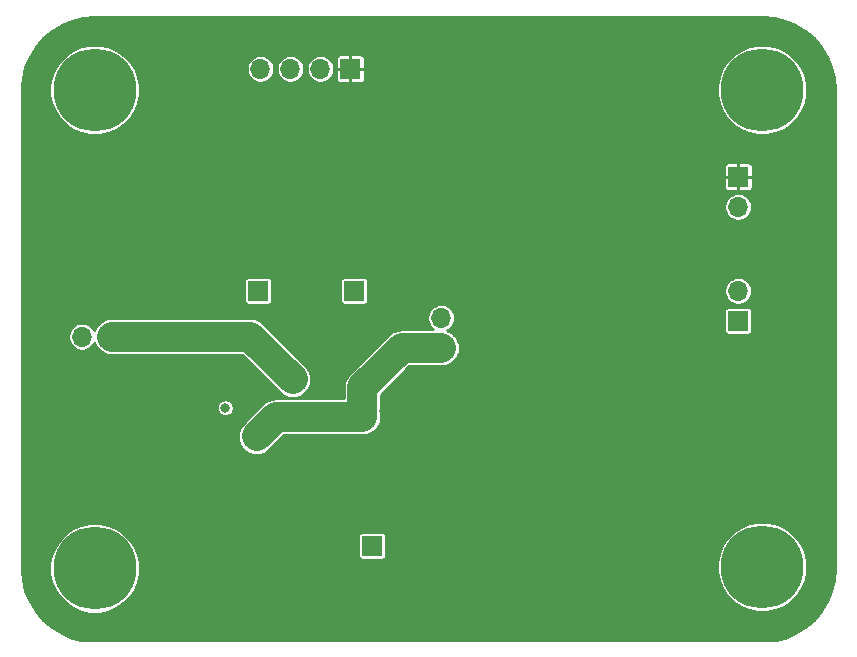
<source format=gbr>
%TF.GenerationSoftware,KiCad,Pcbnew,(5.1.9)-1*%
%TF.CreationDate,2021-07-10T10:04:42-04:00*%
%TF.ProjectId,detector_circuit_alt_LTC6254,64657465-6374-46f7-925f-636972637569,rev?*%
%TF.SameCoordinates,Original*%
%TF.FileFunction,Copper,L4,Bot*%
%TF.FilePolarity,Positive*%
%FSLAX46Y46*%
G04 Gerber Fmt 4.6, Leading zero omitted, Abs format (unit mm)*
G04 Created by KiCad (PCBNEW (5.1.9)-1) date 2021-07-10 10:04:42*
%MOMM*%
%LPD*%
G01*
G04 APERTURE LIST*
%TA.AperFunction,ComponentPad*%
%ADD10C,7.000000*%
%TD*%
%TA.AperFunction,ComponentPad*%
%ADD11R,1.700000X1.700000*%
%TD*%
%TA.AperFunction,ComponentPad*%
%ADD12O,1.700000X1.700000*%
%TD*%
%TA.AperFunction,ViaPad*%
%ADD13C,0.800000*%
%TD*%
%TA.AperFunction,Conductor*%
%ADD14C,2.500000*%
%TD*%
%TA.AperFunction,Conductor*%
%ADD15C,0.254000*%
%TD*%
%TA.AperFunction,Conductor*%
%ADD16C,0.100000*%
%TD*%
G04 APERTURE END LIST*
D10*
%TO.P,REF\u002A\u002A,1*%
%TO.N,N/C*%
X90170000Y-100457000D03*
%TD*%
%TO.P,REF\u002A\u002A,1*%
%TO.N,N/C*%
X146685000Y-100457000D03*
%TD*%
%TO.P,REF\u002A\u002A,1*%
%TO.N,N/C*%
X146685000Y-140843000D03*
%TD*%
D11*
%TO.P,TP2,1*%
%TO.N,Net-(C31-Pad2)*%
X104013000Y-117475000D03*
%TD*%
%TO.P,TP15,1*%
%TO.N,Net-(C18-Pad2)*%
X113665000Y-139065000D03*
%TD*%
D12*
%TO.P,JP1,2*%
%TO.N,/AMP_OUT*%
X119507000Y-119761000D03*
D11*
%TO.P,JP1,1*%
%TO.N,Net-(C36-Pad1)*%
X119507000Y-122301000D03*
%TD*%
%TO.P,TP1,1*%
%TO.N,/DET_ADC*%
X112141000Y-117475000D03*
%TD*%
D12*
%TO.P,JP5,2*%
%TO.N,/Filter_IN*%
X89090500Y-121348500D03*
D11*
%TO.P,JP5,1*%
%TO.N,Net-(C31-Pad1)*%
X91630500Y-121348500D03*
%TD*%
D12*
%TO.P,J3,4*%
%TO.N,/SIPM_OUT*%
X104203500Y-98679000D03*
%TO.P,J3,3*%
%TO.N,/DET_ADC*%
X106743500Y-98679000D03*
%TO.P,J3,2*%
%TO.N,/AMP_OUT*%
X109283500Y-98679000D03*
D11*
%TO.P,J3,1*%
%TO.N,GND*%
X111823500Y-98679000D03*
%TD*%
D12*
%TO.P,J2,2*%
%TO.N,N/C*%
X144653000Y-117475000D03*
D11*
%TO.P,J2,1*%
%TO.N,/SIPM_OUT*%
X144653000Y-120015000D03*
%TD*%
D12*
%TO.P,J1,2*%
%TO.N,+4.7V*%
X144653000Y-110363000D03*
D11*
%TO.P,J1,1*%
%TO.N,GND*%
X144653000Y-107823000D03*
%TD*%
D10*
%TO.P,REF\u002A\u002A,1*%
%TO.N,N/C*%
X90170000Y-140970000D03*
%TD*%
D13*
%TO.N,GND*%
X124460000Y-123190000D03*
X109982000Y-140589000D03*
X100965000Y-140589000D03*
X101219000Y-125349000D03*
X127635000Y-123190000D03*
X114173000Y-100520500D03*
X114681000Y-127635000D03*
X126669800Y-131394200D03*
X122809000Y-131191000D03*
X130429000Y-131191000D03*
X133985000Y-131191000D03*
%TO.N,Net-(C31-Pad1)*%
X106943000Y-124959000D03*
%TO.N,Net-(C36-Pad1)*%
X113157000Y-128143000D03*
X103886000Y-129794000D03*
%TO.N,+4.7V*%
X101219000Y-127381000D03*
%TD*%
D14*
%TO.N,Net-(C31-Pad1)*%
X103332500Y-121348500D02*
X106943000Y-124959000D01*
X91630500Y-121348500D02*
X103332500Y-121348500D01*
%TO.N,Net-(C36-Pad1)*%
X105537000Y-128143000D02*
X112830999Y-128143000D01*
X103886000Y-129794000D02*
X105537000Y-128143000D01*
X112830999Y-125627001D02*
X112830999Y-128143000D01*
X116157000Y-122301000D02*
X112830999Y-125627001D01*
X119507000Y-122301000D02*
X116157000Y-122301000D01*
%TD*%
D15*
%TO.N,GND*%
X147650585Y-94360540D02*
X148592388Y-94586647D01*
X149487239Y-94957307D01*
X150313075Y-95463379D01*
X151049583Y-96092417D01*
X151678620Y-96828925D01*
X152184694Y-97654764D01*
X152555353Y-98549612D01*
X152781460Y-99491420D01*
X152858001Y-100463963D01*
X152858000Y-140963050D01*
X152781460Y-141935580D01*
X152555353Y-142877388D01*
X152184694Y-143772236D01*
X151678620Y-144598075D01*
X151049583Y-145334583D01*
X150313075Y-145963621D01*
X149487239Y-146469693D01*
X148592388Y-146840353D01*
X147833104Y-147022641D01*
X89021900Y-147022641D01*
X88262612Y-146840353D01*
X87367764Y-146469694D01*
X86541925Y-145963620D01*
X85805417Y-145334583D01*
X85176379Y-144598075D01*
X84670307Y-143772239D01*
X84299647Y-142877388D01*
X84073540Y-141935585D01*
X84010500Y-141134585D01*
X84010500Y-140593073D01*
X86343000Y-140593073D01*
X86343000Y-141346927D01*
X86490070Y-142086295D01*
X86778557Y-142782764D01*
X87197375Y-143409570D01*
X87730430Y-143942625D01*
X88357236Y-144361443D01*
X89053705Y-144649930D01*
X89793073Y-144797000D01*
X90546927Y-144797000D01*
X91286295Y-144649930D01*
X91982764Y-144361443D01*
X92609570Y-143942625D01*
X93142625Y-143409570D01*
X93561443Y-142782764D01*
X93849930Y-142086295D01*
X93997000Y-141346927D01*
X93997000Y-140593073D01*
X93971739Y-140466073D01*
X142858000Y-140466073D01*
X142858000Y-141219927D01*
X143005070Y-141959295D01*
X143293557Y-142655764D01*
X143712375Y-143282570D01*
X144245430Y-143815625D01*
X144872236Y-144234443D01*
X145568705Y-144522930D01*
X146308073Y-144670000D01*
X147061927Y-144670000D01*
X147801295Y-144522930D01*
X148497764Y-144234443D01*
X149124570Y-143815625D01*
X149657625Y-143282570D01*
X150076443Y-142655764D01*
X150364930Y-141959295D01*
X150512000Y-141219927D01*
X150512000Y-140466073D01*
X150364930Y-139726705D01*
X150076443Y-139030236D01*
X149657625Y-138403430D01*
X149124570Y-137870375D01*
X148497764Y-137451557D01*
X147801295Y-137163070D01*
X147061927Y-137016000D01*
X146308073Y-137016000D01*
X145568705Y-137163070D01*
X144872236Y-137451557D01*
X144245430Y-137870375D01*
X143712375Y-138403430D01*
X143293557Y-139030236D01*
X143005070Y-139726705D01*
X142858000Y-140466073D01*
X93971739Y-140466073D01*
X93849930Y-139853705D01*
X93561443Y-139157236D01*
X93142625Y-138530430D01*
X92827195Y-138215000D01*
X112486418Y-138215000D01*
X112486418Y-139915000D01*
X112492732Y-139979103D01*
X112511430Y-140040743D01*
X112541794Y-140097550D01*
X112582657Y-140147343D01*
X112632450Y-140188206D01*
X112689257Y-140218570D01*
X112750897Y-140237268D01*
X112815000Y-140243582D01*
X114515000Y-140243582D01*
X114579103Y-140237268D01*
X114640743Y-140218570D01*
X114697550Y-140188206D01*
X114747343Y-140147343D01*
X114788206Y-140097550D01*
X114818570Y-140040743D01*
X114837268Y-139979103D01*
X114843582Y-139915000D01*
X114843582Y-138215000D01*
X114837268Y-138150897D01*
X114818570Y-138089257D01*
X114788206Y-138032450D01*
X114747343Y-137982657D01*
X114697550Y-137941794D01*
X114640743Y-137911430D01*
X114579103Y-137892732D01*
X114515000Y-137886418D01*
X112815000Y-137886418D01*
X112750897Y-137892732D01*
X112689257Y-137911430D01*
X112632450Y-137941794D01*
X112582657Y-137982657D01*
X112541794Y-138032450D01*
X112511430Y-138089257D01*
X112492732Y-138150897D01*
X112486418Y-138215000D01*
X92827195Y-138215000D01*
X92609570Y-137997375D01*
X91982764Y-137578557D01*
X91286295Y-137290070D01*
X90546927Y-137143000D01*
X89793073Y-137143000D01*
X89053705Y-137290070D01*
X88357236Y-137578557D01*
X87730430Y-137997375D01*
X87197375Y-138530430D01*
X86778557Y-139157236D01*
X86490070Y-139853705D01*
X86343000Y-140593073D01*
X84010500Y-140593073D01*
X84010500Y-129794000D01*
X102301370Y-129794000D01*
X102331819Y-130103146D01*
X102421993Y-130400411D01*
X102568429Y-130674373D01*
X102765498Y-130914502D01*
X103005627Y-131111571D01*
X103279589Y-131258007D01*
X103576854Y-131348181D01*
X103886000Y-131378630D01*
X104195146Y-131348181D01*
X104492411Y-131258007D01*
X104766373Y-131111571D01*
X104946328Y-130963886D01*
X106190215Y-129720000D01*
X112753530Y-129720000D01*
X112830999Y-129727630D01*
X112908468Y-129720000D01*
X113140145Y-129697182D01*
X113437411Y-129607007D01*
X113711372Y-129460572D01*
X113951502Y-129263503D01*
X114148571Y-129023373D01*
X114295006Y-128749412D01*
X114385181Y-128452146D01*
X114415629Y-128143000D01*
X114407999Y-128065531D01*
X114407999Y-126280215D01*
X116810215Y-123878000D01*
X119584469Y-123878000D01*
X119816146Y-123855182D01*
X120113412Y-123765007D01*
X120387373Y-123618572D01*
X120627503Y-123421503D01*
X120824572Y-123181373D01*
X120971007Y-122907412D01*
X121061182Y-122610146D01*
X121091630Y-122301000D01*
X121061182Y-121991854D01*
X120971007Y-121694588D01*
X120824572Y-121420627D01*
X120627503Y-121180497D01*
X120387373Y-120983428D01*
X120113412Y-120836993D01*
X120039270Y-120814502D01*
X120064519Y-120804044D01*
X120257294Y-120675236D01*
X120421236Y-120511294D01*
X120550044Y-120318519D01*
X120638769Y-120104318D01*
X120684000Y-119876924D01*
X120684000Y-119645076D01*
X120638769Y-119417682D01*
X120550044Y-119203481D01*
X120524332Y-119165000D01*
X143474418Y-119165000D01*
X143474418Y-120865000D01*
X143480732Y-120929103D01*
X143499430Y-120990743D01*
X143529794Y-121047550D01*
X143570657Y-121097343D01*
X143620450Y-121138206D01*
X143677257Y-121168570D01*
X143738897Y-121187268D01*
X143803000Y-121193582D01*
X145503000Y-121193582D01*
X145567103Y-121187268D01*
X145628743Y-121168570D01*
X145685550Y-121138206D01*
X145735343Y-121097343D01*
X145776206Y-121047550D01*
X145806570Y-120990743D01*
X145825268Y-120929103D01*
X145831582Y-120865000D01*
X145831582Y-119165000D01*
X145825268Y-119100897D01*
X145806570Y-119039257D01*
X145776206Y-118982450D01*
X145735343Y-118932657D01*
X145685550Y-118891794D01*
X145628743Y-118861430D01*
X145567103Y-118842732D01*
X145503000Y-118836418D01*
X143803000Y-118836418D01*
X143738897Y-118842732D01*
X143677257Y-118861430D01*
X143620450Y-118891794D01*
X143570657Y-118932657D01*
X143529794Y-118982450D01*
X143499430Y-119039257D01*
X143480732Y-119100897D01*
X143474418Y-119165000D01*
X120524332Y-119165000D01*
X120421236Y-119010706D01*
X120257294Y-118846764D01*
X120064519Y-118717956D01*
X119850318Y-118629231D01*
X119622924Y-118584000D01*
X119391076Y-118584000D01*
X119163682Y-118629231D01*
X118949481Y-118717956D01*
X118756706Y-118846764D01*
X118592764Y-119010706D01*
X118463956Y-119203481D01*
X118375231Y-119417682D01*
X118330000Y-119645076D01*
X118330000Y-119876924D01*
X118375231Y-120104318D01*
X118463956Y-120318519D01*
X118592764Y-120511294D01*
X118756706Y-120675236D01*
X118829687Y-120724000D01*
X116234469Y-120724000D01*
X116157000Y-120716370D01*
X115847853Y-120746818D01*
X115550588Y-120836993D01*
X115276626Y-120983428D01*
X115198494Y-121047550D01*
X115036497Y-121180497D01*
X114987112Y-121240673D01*
X111770677Y-124457108D01*
X111710496Y-124506498D01*
X111513427Y-124746629D01*
X111366992Y-125020590D01*
X111276817Y-125317856D01*
X111266517Y-125422436D01*
X111246369Y-125627001D01*
X111253999Y-125704468D01*
X111253999Y-126566000D01*
X105614469Y-126566000D01*
X105537000Y-126558370D01*
X105227853Y-126588818D01*
X105079221Y-126633906D01*
X104930588Y-126678993D01*
X104822549Y-126736741D01*
X104656626Y-126825428D01*
X104544359Y-126917564D01*
X104416497Y-127022497D01*
X104367112Y-127082673D01*
X102716114Y-128733672D01*
X102568429Y-128913627D01*
X102421993Y-129187589D01*
X102331819Y-129484854D01*
X102301370Y-129794000D01*
X84010500Y-129794000D01*
X84010500Y-127309397D01*
X100492000Y-127309397D01*
X100492000Y-127452603D01*
X100519938Y-127593058D01*
X100574741Y-127725364D01*
X100654302Y-127844436D01*
X100755564Y-127945698D01*
X100874636Y-128025259D01*
X101006942Y-128080062D01*
X101147397Y-128108000D01*
X101290603Y-128108000D01*
X101431058Y-128080062D01*
X101563364Y-128025259D01*
X101682436Y-127945698D01*
X101783698Y-127844436D01*
X101863259Y-127725364D01*
X101918062Y-127593058D01*
X101946000Y-127452603D01*
X101946000Y-127309397D01*
X101918062Y-127168942D01*
X101863259Y-127036636D01*
X101783698Y-126917564D01*
X101682436Y-126816302D01*
X101563364Y-126736741D01*
X101431058Y-126681938D01*
X101290603Y-126654000D01*
X101147397Y-126654000D01*
X101006942Y-126681938D01*
X100874636Y-126736741D01*
X100755564Y-126816302D01*
X100654302Y-126917564D01*
X100574741Y-127036636D01*
X100519938Y-127168942D01*
X100492000Y-127309397D01*
X84010500Y-127309397D01*
X84010500Y-121232576D01*
X87913500Y-121232576D01*
X87913500Y-121464424D01*
X87958731Y-121691818D01*
X88047456Y-121906019D01*
X88176264Y-122098794D01*
X88340206Y-122262736D01*
X88532981Y-122391544D01*
X88747182Y-122480269D01*
X88974576Y-122525500D01*
X89206424Y-122525500D01*
X89433818Y-122480269D01*
X89648019Y-122391544D01*
X89840794Y-122262736D01*
X90004736Y-122098794D01*
X90133544Y-121906019D01*
X90144002Y-121880770D01*
X90166493Y-121954912D01*
X90312928Y-122228873D01*
X90509997Y-122469003D01*
X90750127Y-122666072D01*
X91024088Y-122812507D01*
X91321354Y-122902682D01*
X91553031Y-122925500D01*
X102679286Y-122925500D01*
X105882671Y-126128886D01*
X106062626Y-126276571D01*
X106336588Y-126423007D01*
X106633853Y-126513181D01*
X106942999Y-126543630D01*
X107252146Y-126513181D01*
X107549411Y-126423007D01*
X107823373Y-126276571D01*
X108063502Y-126079502D01*
X108260571Y-125839373D01*
X108407007Y-125565411D01*
X108497181Y-125268146D01*
X108527630Y-124958999D01*
X108497181Y-124649853D01*
X108407007Y-124352588D01*
X108260571Y-124078626D01*
X108112886Y-123898671D01*
X104502393Y-120288179D01*
X104453003Y-120227997D01*
X104212873Y-120030928D01*
X103938912Y-119884493D01*
X103641646Y-119794318D01*
X103409969Y-119771500D01*
X103409967Y-119771500D01*
X103332500Y-119763870D01*
X103255033Y-119771500D01*
X91553031Y-119771500D01*
X91321354Y-119794318D01*
X91024088Y-119884493D01*
X90750127Y-120030928D01*
X90509997Y-120227997D01*
X90312928Y-120468127D01*
X90166493Y-120742088D01*
X90144002Y-120816230D01*
X90133544Y-120790981D01*
X90004736Y-120598206D01*
X89840794Y-120434264D01*
X89648019Y-120305456D01*
X89433818Y-120216731D01*
X89206424Y-120171500D01*
X88974576Y-120171500D01*
X88747182Y-120216731D01*
X88532981Y-120305456D01*
X88340206Y-120434264D01*
X88176264Y-120598206D01*
X88047456Y-120790981D01*
X87958731Y-121005182D01*
X87913500Y-121232576D01*
X84010500Y-121232576D01*
X84010500Y-116625000D01*
X102834418Y-116625000D01*
X102834418Y-118325000D01*
X102840732Y-118389103D01*
X102859430Y-118450743D01*
X102889794Y-118507550D01*
X102930657Y-118557343D01*
X102980450Y-118598206D01*
X103037257Y-118628570D01*
X103098897Y-118647268D01*
X103163000Y-118653582D01*
X104863000Y-118653582D01*
X104927103Y-118647268D01*
X104988743Y-118628570D01*
X105045550Y-118598206D01*
X105095343Y-118557343D01*
X105136206Y-118507550D01*
X105166570Y-118450743D01*
X105185268Y-118389103D01*
X105191582Y-118325000D01*
X105191582Y-116625000D01*
X110962418Y-116625000D01*
X110962418Y-118325000D01*
X110968732Y-118389103D01*
X110987430Y-118450743D01*
X111017794Y-118507550D01*
X111058657Y-118557343D01*
X111108450Y-118598206D01*
X111165257Y-118628570D01*
X111226897Y-118647268D01*
X111291000Y-118653582D01*
X112991000Y-118653582D01*
X113055103Y-118647268D01*
X113116743Y-118628570D01*
X113173550Y-118598206D01*
X113223343Y-118557343D01*
X113264206Y-118507550D01*
X113294570Y-118450743D01*
X113313268Y-118389103D01*
X113319582Y-118325000D01*
X113319582Y-117359076D01*
X143476000Y-117359076D01*
X143476000Y-117590924D01*
X143521231Y-117818318D01*
X143609956Y-118032519D01*
X143738764Y-118225294D01*
X143902706Y-118389236D01*
X144095481Y-118518044D01*
X144309682Y-118606769D01*
X144537076Y-118652000D01*
X144768924Y-118652000D01*
X144996318Y-118606769D01*
X145210519Y-118518044D01*
X145403294Y-118389236D01*
X145567236Y-118225294D01*
X145696044Y-118032519D01*
X145784769Y-117818318D01*
X145830000Y-117590924D01*
X145830000Y-117359076D01*
X145784769Y-117131682D01*
X145696044Y-116917481D01*
X145567236Y-116724706D01*
X145403294Y-116560764D01*
X145210519Y-116431956D01*
X144996318Y-116343231D01*
X144768924Y-116298000D01*
X144537076Y-116298000D01*
X144309682Y-116343231D01*
X144095481Y-116431956D01*
X143902706Y-116560764D01*
X143738764Y-116724706D01*
X143609956Y-116917481D01*
X143521231Y-117131682D01*
X143476000Y-117359076D01*
X113319582Y-117359076D01*
X113319582Y-116625000D01*
X113313268Y-116560897D01*
X113294570Y-116499257D01*
X113264206Y-116442450D01*
X113223343Y-116392657D01*
X113173550Y-116351794D01*
X113116743Y-116321430D01*
X113055103Y-116302732D01*
X112991000Y-116296418D01*
X111291000Y-116296418D01*
X111226897Y-116302732D01*
X111165257Y-116321430D01*
X111108450Y-116351794D01*
X111058657Y-116392657D01*
X111017794Y-116442450D01*
X110987430Y-116499257D01*
X110968732Y-116560897D01*
X110962418Y-116625000D01*
X105191582Y-116625000D01*
X105185268Y-116560897D01*
X105166570Y-116499257D01*
X105136206Y-116442450D01*
X105095343Y-116392657D01*
X105045550Y-116351794D01*
X104988743Y-116321430D01*
X104927103Y-116302732D01*
X104863000Y-116296418D01*
X103163000Y-116296418D01*
X103098897Y-116302732D01*
X103037257Y-116321430D01*
X102980450Y-116351794D01*
X102930657Y-116392657D01*
X102889794Y-116442450D01*
X102859430Y-116499257D01*
X102840732Y-116560897D01*
X102834418Y-116625000D01*
X84010500Y-116625000D01*
X84010500Y-110247076D01*
X143476000Y-110247076D01*
X143476000Y-110478924D01*
X143521231Y-110706318D01*
X143609956Y-110920519D01*
X143738764Y-111113294D01*
X143902706Y-111277236D01*
X144095481Y-111406044D01*
X144309682Y-111494769D01*
X144537076Y-111540000D01*
X144768924Y-111540000D01*
X144996318Y-111494769D01*
X145210519Y-111406044D01*
X145403294Y-111277236D01*
X145567236Y-111113294D01*
X145696044Y-110920519D01*
X145784769Y-110706318D01*
X145830000Y-110478924D01*
X145830000Y-110247076D01*
X145784769Y-110019682D01*
X145696044Y-109805481D01*
X145567236Y-109612706D01*
X145403294Y-109448764D01*
X145210519Y-109319956D01*
X144996318Y-109231231D01*
X144768924Y-109186000D01*
X144537076Y-109186000D01*
X144309682Y-109231231D01*
X144095481Y-109319956D01*
X143902706Y-109448764D01*
X143738764Y-109612706D01*
X143609956Y-109805481D01*
X143521231Y-110019682D01*
X143476000Y-110247076D01*
X84010500Y-110247076D01*
X84010500Y-108673000D01*
X143420157Y-108673000D01*
X143427513Y-108747689D01*
X143449299Y-108819508D01*
X143484678Y-108885696D01*
X143532289Y-108943711D01*
X143590304Y-108991322D01*
X143656492Y-109026701D01*
X143728311Y-109048487D01*
X143803000Y-109055843D01*
X144557250Y-109054000D01*
X144652500Y-108958750D01*
X144652500Y-107823500D01*
X144653500Y-107823500D01*
X144653500Y-108958750D01*
X144748750Y-109054000D01*
X145503000Y-109055843D01*
X145577689Y-109048487D01*
X145649508Y-109026701D01*
X145715696Y-108991322D01*
X145773711Y-108943711D01*
X145821322Y-108885696D01*
X145856701Y-108819508D01*
X145878487Y-108747689D01*
X145885843Y-108673000D01*
X145884000Y-107918750D01*
X145788750Y-107823500D01*
X144653500Y-107823500D01*
X144652500Y-107823500D01*
X143517250Y-107823500D01*
X143422000Y-107918750D01*
X143420157Y-108673000D01*
X84010500Y-108673000D01*
X84010500Y-106973000D01*
X143420157Y-106973000D01*
X143422000Y-107727250D01*
X143517250Y-107822500D01*
X144652500Y-107822500D01*
X144652500Y-106687250D01*
X144653500Y-106687250D01*
X144653500Y-107822500D01*
X145788750Y-107822500D01*
X145884000Y-107727250D01*
X145885843Y-106973000D01*
X145878487Y-106898311D01*
X145856701Y-106826492D01*
X145821322Y-106760304D01*
X145773711Y-106702289D01*
X145715696Y-106654678D01*
X145649508Y-106619299D01*
X145577689Y-106597513D01*
X145503000Y-106590157D01*
X144748750Y-106592000D01*
X144653500Y-106687250D01*
X144652500Y-106687250D01*
X144557250Y-106592000D01*
X143803000Y-106590157D01*
X143728311Y-106597513D01*
X143656492Y-106619299D01*
X143590304Y-106654678D01*
X143532289Y-106702289D01*
X143484678Y-106760304D01*
X143449299Y-106826492D01*
X143427513Y-106898311D01*
X143420157Y-106973000D01*
X84010500Y-106973000D01*
X84010500Y-100292415D01*
X84027211Y-100080073D01*
X86343000Y-100080073D01*
X86343000Y-100833927D01*
X86490070Y-101573295D01*
X86778557Y-102269764D01*
X87197375Y-102896570D01*
X87730430Y-103429625D01*
X88357236Y-103848443D01*
X89053705Y-104136930D01*
X89793073Y-104284000D01*
X90546927Y-104284000D01*
X91286295Y-104136930D01*
X91982764Y-103848443D01*
X92609570Y-103429625D01*
X93142625Y-102896570D01*
X93561443Y-102269764D01*
X93849930Y-101573295D01*
X93997000Y-100833927D01*
X93997000Y-100080073D01*
X142858000Y-100080073D01*
X142858000Y-100833927D01*
X143005070Y-101573295D01*
X143293557Y-102269764D01*
X143712375Y-102896570D01*
X144245430Y-103429625D01*
X144872236Y-103848443D01*
X145568705Y-104136930D01*
X146308073Y-104284000D01*
X147061927Y-104284000D01*
X147801295Y-104136930D01*
X148497764Y-103848443D01*
X149124570Y-103429625D01*
X149657625Y-102896570D01*
X150076443Y-102269764D01*
X150364930Y-101573295D01*
X150512000Y-100833927D01*
X150512000Y-100080073D01*
X150364930Y-99340705D01*
X150076443Y-98644236D01*
X149657625Y-98017430D01*
X149124570Y-97484375D01*
X148497764Y-97065557D01*
X147801295Y-96777070D01*
X147061927Y-96630000D01*
X146308073Y-96630000D01*
X145568705Y-96777070D01*
X144872236Y-97065557D01*
X144245430Y-97484375D01*
X143712375Y-98017430D01*
X143293557Y-98644236D01*
X143005070Y-99340705D01*
X142858000Y-100080073D01*
X93997000Y-100080073D01*
X93849930Y-99340705D01*
X93561443Y-98644236D01*
X93507214Y-98563076D01*
X103026500Y-98563076D01*
X103026500Y-98794924D01*
X103071731Y-99022318D01*
X103160456Y-99236519D01*
X103289264Y-99429294D01*
X103453206Y-99593236D01*
X103645981Y-99722044D01*
X103860182Y-99810769D01*
X104087576Y-99856000D01*
X104319424Y-99856000D01*
X104546818Y-99810769D01*
X104761019Y-99722044D01*
X104953794Y-99593236D01*
X105117736Y-99429294D01*
X105246544Y-99236519D01*
X105335269Y-99022318D01*
X105380500Y-98794924D01*
X105380500Y-98563076D01*
X105566500Y-98563076D01*
X105566500Y-98794924D01*
X105611731Y-99022318D01*
X105700456Y-99236519D01*
X105829264Y-99429294D01*
X105993206Y-99593236D01*
X106185981Y-99722044D01*
X106400182Y-99810769D01*
X106627576Y-99856000D01*
X106859424Y-99856000D01*
X107086818Y-99810769D01*
X107301019Y-99722044D01*
X107493794Y-99593236D01*
X107657736Y-99429294D01*
X107786544Y-99236519D01*
X107875269Y-99022318D01*
X107920500Y-98794924D01*
X107920500Y-98563076D01*
X108106500Y-98563076D01*
X108106500Y-98794924D01*
X108151731Y-99022318D01*
X108240456Y-99236519D01*
X108369264Y-99429294D01*
X108533206Y-99593236D01*
X108725981Y-99722044D01*
X108940182Y-99810769D01*
X109167576Y-99856000D01*
X109399424Y-99856000D01*
X109626818Y-99810769D01*
X109841019Y-99722044D01*
X110033794Y-99593236D01*
X110098030Y-99529000D01*
X110590657Y-99529000D01*
X110598013Y-99603689D01*
X110619799Y-99675508D01*
X110655178Y-99741696D01*
X110702789Y-99799711D01*
X110760804Y-99847322D01*
X110826992Y-99882701D01*
X110898811Y-99904487D01*
X110973500Y-99911843D01*
X111727750Y-99910000D01*
X111823000Y-99814750D01*
X111823000Y-98679500D01*
X111824000Y-98679500D01*
X111824000Y-99814750D01*
X111919250Y-99910000D01*
X112673500Y-99911843D01*
X112748189Y-99904487D01*
X112820008Y-99882701D01*
X112886196Y-99847322D01*
X112944211Y-99799711D01*
X112991822Y-99741696D01*
X113027201Y-99675508D01*
X113048987Y-99603689D01*
X113056343Y-99529000D01*
X113054500Y-98774750D01*
X112959250Y-98679500D01*
X111824000Y-98679500D01*
X111823000Y-98679500D01*
X110687750Y-98679500D01*
X110592500Y-98774750D01*
X110590657Y-99529000D01*
X110098030Y-99529000D01*
X110197736Y-99429294D01*
X110326544Y-99236519D01*
X110415269Y-99022318D01*
X110460500Y-98794924D01*
X110460500Y-98563076D01*
X110415269Y-98335682D01*
X110326544Y-98121481D01*
X110197736Y-97928706D01*
X110098030Y-97829000D01*
X110590657Y-97829000D01*
X110592500Y-98583250D01*
X110687750Y-98678500D01*
X111823000Y-98678500D01*
X111823000Y-97543250D01*
X111824000Y-97543250D01*
X111824000Y-98678500D01*
X112959250Y-98678500D01*
X113054500Y-98583250D01*
X113056343Y-97829000D01*
X113048987Y-97754311D01*
X113027201Y-97682492D01*
X112991822Y-97616304D01*
X112944211Y-97558289D01*
X112886196Y-97510678D01*
X112820008Y-97475299D01*
X112748189Y-97453513D01*
X112673500Y-97446157D01*
X111919250Y-97448000D01*
X111824000Y-97543250D01*
X111823000Y-97543250D01*
X111727750Y-97448000D01*
X110973500Y-97446157D01*
X110898811Y-97453513D01*
X110826992Y-97475299D01*
X110760804Y-97510678D01*
X110702789Y-97558289D01*
X110655178Y-97616304D01*
X110619799Y-97682492D01*
X110598013Y-97754311D01*
X110590657Y-97829000D01*
X110098030Y-97829000D01*
X110033794Y-97764764D01*
X109841019Y-97635956D01*
X109626818Y-97547231D01*
X109399424Y-97502000D01*
X109167576Y-97502000D01*
X108940182Y-97547231D01*
X108725981Y-97635956D01*
X108533206Y-97764764D01*
X108369264Y-97928706D01*
X108240456Y-98121481D01*
X108151731Y-98335682D01*
X108106500Y-98563076D01*
X107920500Y-98563076D01*
X107875269Y-98335682D01*
X107786544Y-98121481D01*
X107657736Y-97928706D01*
X107493794Y-97764764D01*
X107301019Y-97635956D01*
X107086818Y-97547231D01*
X106859424Y-97502000D01*
X106627576Y-97502000D01*
X106400182Y-97547231D01*
X106185981Y-97635956D01*
X105993206Y-97764764D01*
X105829264Y-97928706D01*
X105700456Y-98121481D01*
X105611731Y-98335682D01*
X105566500Y-98563076D01*
X105380500Y-98563076D01*
X105335269Y-98335682D01*
X105246544Y-98121481D01*
X105117736Y-97928706D01*
X104953794Y-97764764D01*
X104761019Y-97635956D01*
X104546818Y-97547231D01*
X104319424Y-97502000D01*
X104087576Y-97502000D01*
X103860182Y-97547231D01*
X103645981Y-97635956D01*
X103453206Y-97764764D01*
X103289264Y-97928706D01*
X103160456Y-98121481D01*
X103071731Y-98335682D01*
X103026500Y-98563076D01*
X93507214Y-98563076D01*
X93142625Y-98017430D01*
X92609570Y-97484375D01*
X91982764Y-97065557D01*
X91286295Y-96777070D01*
X90546927Y-96630000D01*
X89793073Y-96630000D01*
X89053705Y-96777070D01*
X88357236Y-97065557D01*
X87730430Y-97484375D01*
X87197375Y-98017430D01*
X86778557Y-98644236D01*
X86490070Y-99340705D01*
X86343000Y-100080073D01*
X84027211Y-100080073D01*
X84073540Y-99491415D01*
X84299647Y-98549612D01*
X84670307Y-97654761D01*
X85176379Y-96828925D01*
X85805417Y-96092417D01*
X86541925Y-95463380D01*
X87367764Y-94957306D01*
X88262612Y-94586647D01*
X89204420Y-94360540D01*
X90176950Y-94284000D01*
X146678051Y-94284000D01*
X147650585Y-94360540D01*
%TA.AperFunction,Conductor*%
D16*
G36*
X147650585Y-94360540D02*
G01*
X148592388Y-94586647D01*
X149487239Y-94957307D01*
X150313075Y-95463379D01*
X151049583Y-96092417D01*
X151678620Y-96828925D01*
X152184694Y-97654764D01*
X152555353Y-98549612D01*
X152781460Y-99491420D01*
X152858001Y-100463963D01*
X152858000Y-140963050D01*
X152781460Y-141935580D01*
X152555353Y-142877388D01*
X152184694Y-143772236D01*
X151678620Y-144598075D01*
X151049583Y-145334583D01*
X150313075Y-145963621D01*
X149487239Y-146469693D01*
X148592388Y-146840353D01*
X147833104Y-147022641D01*
X89021900Y-147022641D01*
X88262612Y-146840353D01*
X87367764Y-146469694D01*
X86541925Y-145963620D01*
X85805417Y-145334583D01*
X85176379Y-144598075D01*
X84670307Y-143772239D01*
X84299647Y-142877388D01*
X84073540Y-141935585D01*
X84010500Y-141134585D01*
X84010500Y-140593073D01*
X86343000Y-140593073D01*
X86343000Y-141346927D01*
X86490070Y-142086295D01*
X86778557Y-142782764D01*
X87197375Y-143409570D01*
X87730430Y-143942625D01*
X88357236Y-144361443D01*
X89053705Y-144649930D01*
X89793073Y-144797000D01*
X90546927Y-144797000D01*
X91286295Y-144649930D01*
X91982764Y-144361443D01*
X92609570Y-143942625D01*
X93142625Y-143409570D01*
X93561443Y-142782764D01*
X93849930Y-142086295D01*
X93997000Y-141346927D01*
X93997000Y-140593073D01*
X93971739Y-140466073D01*
X142858000Y-140466073D01*
X142858000Y-141219927D01*
X143005070Y-141959295D01*
X143293557Y-142655764D01*
X143712375Y-143282570D01*
X144245430Y-143815625D01*
X144872236Y-144234443D01*
X145568705Y-144522930D01*
X146308073Y-144670000D01*
X147061927Y-144670000D01*
X147801295Y-144522930D01*
X148497764Y-144234443D01*
X149124570Y-143815625D01*
X149657625Y-143282570D01*
X150076443Y-142655764D01*
X150364930Y-141959295D01*
X150512000Y-141219927D01*
X150512000Y-140466073D01*
X150364930Y-139726705D01*
X150076443Y-139030236D01*
X149657625Y-138403430D01*
X149124570Y-137870375D01*
X148497764Y-137451557D01*
X147801295Y-137163070D01*
X147061927Y-137016000D01*
X146308073Y-137016000D01*
X145568705Y-137163070D01*
X144872236Y-137451557D01*
X144245430Y-137870375D01*
X143712375Y-138403430D01*
X143293557Y-139030236D01*
X143005070Y-139726705D01*
X142858000Y-140466073D01*
X93971739Y-140466073D01*
X93849930Y-139853705D01*
X93561443Y-139157236D01*
X93142625Y-138530430D01*
X92827195Y-138215000D01*
X112486418Y-138215000D01*
X112486418Y-139915000D01*
X112492732Y-139979103D01*
X112511430Y-140040743D01*
X112541794Y-140097550D01*
X112582657Y-140147343D01*
X112632450Y-140188206D01*
X112689257Y-140218570D01*
X112750897Y-140237268D01*
X112815000Y-140243582D01*
X114515000Y-140243582D01*
X114579103Y-140237268D01*
X114640743Y-140218570D01*
X114697550Y-140188206D01*
X114747343Y-140147343D01*
X114788206Y-140097550D01*
X114818570Y-140040743D01*
X114837268Y-139979103D01*
X114843582Y-139915000D01*
X114843582Y-138215000D01*
X114837268Y-138150897D01*
X114818570Y-138089257D01*
X114788206Y-138032450D01*
X114747343Y-137982657D01*
X114697550Y-137941794D01*
X114640743Y-137911430D01*
X114579103Y-137892732D01*
X114515000Y-137886418D01*
X112815000Y-137886418D01*
X112750897Y-137892732D01*
X112689257Y-137911430D01*
X112632450Y-137941794D01*
X112582657Y-137982657D01*
X112541794Y-138032450D01*
X112511430Y-138089257D01*
X112492732Y-138150897D01*
X112486418Y-138215000D01*
X92827195Y-138215000D01*
X92609570Y-137997375D01*
X91982764Y-137578557D01*
X91286295Y-137290070D01*
X90546927Y-137143000D01*
X89793073Y-137143000D01*
X89053705Y-137290070D01*
X88357236Y-137578557D01*
X87730430Y-137997375D01*
X87197375Y-138530430D01*
X86778557Y-139157236D01*
X86490070Y-139853705D01*
X86343000Y-140593073D01*
X84010500Y-140593073D01*
X84010500Y-129794000D01*
X102301370Y-129794000D01*
X102331819Y-130103146D01*
X102421993Y-130400411D01*
X102568429Y-130674373D01*
X102765498Y-130914502D01*
X103005627Y-131111571D01*
X103279589Y-131258007D01*
X103576854Y-131348181D01*
X103886000Y-131378630D01*
X104195146Y-131348181D01*
X104492411Y-131258007D01*
X104766373Y-131111571D01*
X104946328Y-130963886D01*
X106190215Y-129720000D01*
X112753530Y-129720000D01*
X112830999Y-129727630D01*
X112908468Y-129720000D01*
X113140145Y-129697182D01*
X113437411Y-129607007D01*
X113711372Y-129460572D01*
X113951502Y-129263503D01*
X114148571Y-129023373D01*
X114295006Y-128749412D01*
X114385181Y-128452146D01*
X114415629Y-128143000D01*
X114407999Y-128065531D01*
X114407999Y-126280215D01*
X116810215Y-123878000D01*
X119584469Y-123878000D01*
X119816146Y-123855182D01*
X120113412Y-123765007D01*
X120387373Y-123618572D01*
X120627503Y-123421503D01*
X120824572Y-123181373D01*
X120971007Y-122907412D01*
X121061182Y-122610146D01*
X121091630Y-122301000D01*
X121061182Y-121991854D01*
X120971007Y-121694588D01*
X120824572Y-121420627D01*
X120627503Y-121180497D01*
X120387373Y-120983428D01*
X120113412Y-120836993D01*
X120039270Y-120814502D01*
X120064519Y-120804044D01*
X120257294Y-120675236D01*
X120421236Y-120511294D01*
X120550044Y-120318519D01*
X120638769Y-120104318D01*
X120684000Y-119876924D01*
X120684000Y-119645076D01*
X120638769Y-119417682D01*
X120550044Y-119203481D01*
X120524332Y-119165000D01*
X143474418Y-119165000D01*
X143474418Y-120865000D01*
X143480732Y-120929103D01*
X143499430Y-120990743D01*
X143529794Y-121047550D01*
X143570657Y-121097343D01*
X143620450Y-121138206D01*
X143677257Y-121168570D01*
X143738897Y-121187268D01*
X143803000Y-121193582D01*
X145503000Y-121193582D01*
X145567103Y-121187268D01*
X145628743Y-121168570D01*
X145685550Y-121138206D01*
X145735343Y-121097343D01*
X145776206Y-121047550D01*
X145806570Y-120990743D01*
X145825268Y-120929103D01*
X145831582Y-120865000D01*
X145831582Y-119165000D01*
X145825268Y-119100897D01*
X145806570Y-119039257D01*
X145776206Y-118982450D01*
X145735343Y-118932657D01*
X145685550Y-118891794D01*
X145628743Y-118861430D01*
X145567103Y-118842732D01*
X145503000Y-118836418D01*
X143803000Y-118836418D01*
X143738897Y-118842732D01*
X143677257Y-118861430D01*
X143620450Y-118891794D01*
X143570657Y-118932657D01*
X143529794Y-118982450D01*
X143499430Y-119039257D01*
X143480732Y-119100897D01*
X143474418Y-119165000D01*
X120524332Y-119165000D01*
X120421236Y-119010706D01*
X120257294Y-118846764D01*
X120064519Y-118717956D01*
X119850318Y-118629231D01*
X119622924Y-118584000D01*
X119391076Y-118584000D01*
X119163682Y-118629231D01*
X118949481Y-118717956D01*
X118756706Y-118846764D01*
X118592764Y-119010706D01*
X118463956Y-119203481D01*
X118375231Y-119417682D01*
X118330000Y-119645076D01*
X118330000Y-119876924D01*
X118375231Y-120104318D01*
X118463956Y-120318519D01*
X118592764Y-120511294D01*
X118756706Y-120675236D01*
X118829687Y-120724000D01*
X116234469Y-120724000D01*
X116157000Y-120716370D01*
X115847853Y-120746818D01*
X115550588Y-120836993D01*
X115276626Y-120983428D01*
X115198494Y-121047550D01*
X115036497Y-121180497D01*
X114987112Y-121240673D01*
X111770677Y-124457108D01*
X111710496Y-124506498D01*
X111513427Y-124746629D01*
X111366992Y-125020590D01*
X111276817Y-125317856D01*
X111266517Y-125422436D01*
X111246369Y-125627001D01*
X111253999Y-125704468D01*
X111253999Y-126566000D01*
X105614469Y-126566000D01*
X105537000Y-126558370D01*
X105227853Y-126588818D01*
X105079221Y-126633906D01*
X104930588Y-126678993D01*
X104822549Y-126736741D01*
X104656626Y-126825428D01*
X104544359Y-126917564D01*
X104416497Y-127022497D01*
X104367112Y-127082673D01*
X102716114Y-128733672D01*
X102568429Y-128913627D01*
X102421993Y-129187589D01*
X102331819Y-129484854D01*
X102301370Y-129794000D01*
X84010500Y-129794000D01*
X84010500Y-127309397D01*
X100492000Y-127309397D01*
X100492000Y-127452603D01*
X100519938Y-127593058D01*
X100574741Y-127725364D01*
X100654302Y-127844436D01*
X100755564Y-127945698D01*
X100874636Y-128025259D01*
X101006942Y-128080062D01*
X101147397Y-128108000D01*
X101290603Y-128108000D01*
X101431058Y-128080062D01*
X101563364Y-128025259D01*
X101682436Y-127945698D01*
X101783698Y-127844436D01*
X101863259Y-127725364D01*
X101918062Y-127593058D01*
X101946000Y-127452603D01*
X101946000Y-127309397D01*
X101918062Y-127168942D01*
X101863259Y-127036636D01*
X101783698Y-126917564D01*
X101682436Y-126816302D01*
X101563364Y-126736741D01*
X101431058Y-126681938D01*
X101290603Y-126654000D01*
X101147397Y-126654000D01*
X101006942Y-126681938D01*
X100874636Y-126736741D01*
X100755564Y-126816302D01*
X100654302Y-126917564D01*
X100574741Y-127036636D01*
X100519938Y-127168942D01*
X100492000Y-127309397D01*
X84010500Y-127309397D01*
X84010500Y-121232576D01*
X87913500Y-121232576D01*
X87913500Y-121464424D01*
X87958731Y-121691818D01*
X88047456Y-121906019D01*
X88176264Y-122098794D01*
X88340206Y-122262736D01*
X88532981Y-122391544D01*
X88747182Y-122480269D01*
X88974576Y-122525500D01*
X89206424Y-122525500D01*
X89433818Y-122480269D01*
X89648019Y-122391544D01*
X89840794Y-122262736D01*
X90004736Y-122098794D01*
X90133544Y-121906019D01*
X90144002Y-121880770D01*
X90166493Y-121954912D01*
X90312928Y-122228873D01*
X90509997Y-122469003D01*
X90750127Y-122666072D01*
X91024088Y-122812507D01*
X91321354Y-122902682D01*
X91553031Y-122925500D01*
X102679286Y-122925500D01*
X105882671Y-126128886D01*
X106062626Y-126276571D01*
X106336588Y-126423007D01*
X106633853Y-126513181D01*
X106942999Y-126543630D01*
X107252146Y-126513181D01*
X107549411Y-126423007D01*
X107823373Y-126276571D01*
X108063502Y-126079502D01*
X108260571Y-125839373D01*
X108407007Y-125565411D01*
X108497181Y-125268146D01*
X108527630Y-124958999D01*
X108497181Y-124649853D01*
X108407007Y-124352588D01*
X108260571Y-124078626D01*
X108112886Y-123898671D01*
X104502393Y-120288179D01*
X104453003Y-120227997D01*
X104212873Y-120030928D01*
X103938912Y-119884493D01*
X103641646Y-119794318D01*
X103409969Y-119771500D01*
X103409967Y-119771500D01*
X103332500Y-119763870D01*
X103255033Y-119771500D01*
X91553031Y-119771500D01*
X91321354Y-119794318D01*
X91024088Y-119884493D01*
X90750127Y-120030928D01*
X90509997Y-120227997D01*
X90312928Y-120468127D01*
X90166493Y-120742088D01*
X90144002Y-120816230D01*
X90133544Y-120790981D01*
X90004736Y-120598206D01*
X89840794Y-120434264D01*
X89648019Y-120305456D01*
X89433818Y-120216731D01*
X89206424Y-120171500D01*
X88974576Y-120171500D01*
X88747182Y-120216731D01*
X88532981Y-120305456D01*
X88340206Y-120434264D01*
X88176264Y-120598206D01*
X88047456Y-120790981D01*
X87958731Y-121005182D01*
X87913500Y-121232576D01*
X84010500Y-121232576D01*
X84010500Y-116625000D01*
X102834418Y-116625000D01*
X102834418Y-118325000D01*
X102840732Y-118389103D01*
X102859430Y-118450743D01*
X102889794Y-118507550D01*
X102930657Y-118557343D01*
X102980450Y-118598206D01*
X103037257Y-118628570D01*
X103098897Y-118647268D01*
X103163000Y-118653582D01*
X104863000Y-118653582D01*
X104927103Y-118647268D01*
X104988743Y-118628570D01*
X105045550Y-118598206D01*
X105095343Y-118557343D01*
X105136206Y-118507550D01*
X105166570Y-118450743D01*
X105185268Y-118389103D01*
X105191582Y-118325000D01*
X105191582Y-116625000D01*
X110962418Y-116625000D01*
X110962418Y-118325000D01*
X110968732Y-118389103D01*
X110987430Y-118450743D01*
X111017794Y-118507550D01*
X111058657Y-118557343D01*
X111108450Y-118598206D01*
X111165257Y-118628570D01*
X111226897Y-118647268D01*
X111291000Y-118653582D01*
X112991000Y-118653582D01*
X113055103Y-118647268D01*
X113116743Y-118628570D01*
X113173550Y-118598206D01*
X113223343Y-118557343D01*
X113264206Y-118507550D01*
X113294570Y-118450743D01*
X113313268Y-118389103D01*
X113319582Y-118325000D01*
X113319582Y-117359076D01*
X143476000Y-117359076D01*
X143476000Y-117590924D01*
X143521231Y-117818318D01*
X143609956Y-118032519D01*
X143738764Y-118225294D01*
X143902706Y-118389236D01*
X144095481Y-118518044D01*
X144309682Y-118606769D01*
X144537076Y-118652000D01*
X144768924Y-118652000D01*
X144996318Y-118606769D01*
X145210519Y-118518044D01*
X145403294Y-118389236D01*
X145567236Y-118225294D01*
X145696044Y-118032519D01*
X145784769Y-117818318D01*
X145830000Y-117590924D01*
X145830000Y-117359076D01*
X145784769Y-117131682D01*
X145696044Y-116917481D01*
X145567236Y-116724706D01*
X145403294Y-116560764D01*
X145210519Y-116431956D01*
X144996318Y-116343231D01*
X144768924Y-116298000D01*
X144537076Y-116298000D01*
X144309682Y-116343231D01*
X144095481Y-116431956D01*
X143902706Y-116560764D01*
X143738764Y-116724706D01*
X143609956Y-116917481D01*
X143521231Y-117131682D01*
X143476000Y-117359076D01*
X113319582Y-117359076D01*
X113319582Y-116625000D01*
X113313268Y-116560897D01*
X113294570Y-116499257D01*
X113264206Y-116442450D01*
X113223343Y-116392657D01*
X113173550Y-116351794D01*
X113116743Y-116321430D01*
X113055103Y-116302732D01*
X112991000Y-116296418D01*
X111291000Y-116296418D01*
X111226897Y-116302732D01*
X111165257Y-116321430D01*
X111108450Y-116351794D01*
X111058657Y-116392657D01*
X111017794Y-116442450D01*
X110987430Y-116499257D01*
X110968732Y-116560897D01*
X110962418Y-116625000D01*
X105191582Y-116625000D01*
X105185268Y-116560897D01*
X105166570Y-116499257D01*
X105136206Y-116442450D01*
X105095343Y-116392657D01*
X105045550Y-116351794D01*
X104988743Y-116321430D01*
X104927103Y-116302732D01*
X104863000Y-116296418D01*
X103163000Y-116296418D01*
X103098897Y-116302732D01*
X103037257Y-116321430D01*
X102980450Y-116351794D01*
X102930657Y-116392657D01*
X102889794Y-116442450D01*
X102859430Y-116499257D01*
X102840732Y-116560897D01*
X102834418Y-116625000D01*
X84010500Y-116625000D01*
X84010500Y-110247076D01*
X143476000Y-110247076D01*
X143476000Y-110478924D01*
X143521231Y-110706318D01*
X143609956Y-110920519D01*
X143738764Y-111113294D01*
X143902706Y-111277236D01*
X144095481Y-111406044D01*
X144309682Y-111494769D01*
X144537076Y-111540000D01*
X144768924Y-111540000D01*
X144996318Y-111494769D01*
X145210519Y-111406044D01*
X145403294Y-111277236D01*
X145567236Y-111113294D01*
X145696044Y-110920519D01*
X145784769Y-110706318D01*
X145830000Y-110478924D01*
X145830000Y-110247076D01*
X145784769Y-110019682D01*
X145696044Y-109805481D01*
X145567236Y-109612706D01*
X145403294Y-109448764D01*
X145210519Y-109319956D01*
X144996318Y-109231231D01*
X144768924Y-109186000D01*
X144537076Y-109186000D01*
X144309682Y-109231231D01*
X144095481Y-109319956D01*
X143902706Y-109448764D01*
X143738764Y-109612706D01*
X143609956Y-109805481D01*
X143521231Y-110019682D01*
X143476000Y-110247076D01*
X84010500Y-110247076D01*
X84010500Y-108673000D01*
X143420157Y-108673000D01*
X143427513Y-108747689D01*
X143449299Y-108819508D01*
X143484678Y-108885696D01*
X143532289Y-108943711D01*
X143590304Y-108991322D01*
X143656492Y-109026701D01*
X143728311Y-109048487D01*
X143803000Y-109055843D01*
X144557250Y-109054000D01*
X144652500Y-108958750D01*
X144652500Y-107823500D01*
X144653500Y-107823500D01*
X144653500Y-108958750D01*
X144748750Y-109054000D01*
X145503000Y-109055843D01*
X145577689Y-109048487D01*
X145649508Y-109026701D01*
X145715696Y-108991322D01*
X145773711Y-108943711D01*
X145821322Y-108885696D01*
X145856701Y-108819508D01*
X145878487Y-108747689D01*
X145885843Y-108673000D01*
X145884000Y-107918750D01*
X145788750Y-107823500D01*
X144653500Y-107823500D01*
X144652500Y-107823500D01*
X143517250Y-107823500D01*
X143422000Y-107918750D01*
X143420157Y-108673000D01*
X84010500Y-108673000D01*
X84010500Y-106973000D01*
X143420157Y-106973000D01*
X143422000Y-107727250D01*
X143517250Y-107822500D01*
X144652500Y-107822500D01*
X144652500Y-106687250D01*
X144653500Y-106687250D01*
X144653500Y-107822500D01*
X145788750Y-107822500D01*
X145884000Y-107727250D01*
X145885843Y-106973000D01*
X145878487Y-106898311D01*
X145856701Y-106826492D01*
X145821322Y-106760304D01*
X145773711Y-106702289D01*
X145715696Y-106654678D01*
X145649508Y-106619299D01*
X145577689Y-106597513D01*
X145503000Y-106590157D01*
X144748750Y-106592000D01*
X144653500Y-106687250D01*
X144652500Y-106687250D01*
X144557250Y-106592000D01*
X143803000Y-106590157D01*
X143728311Y-106597513D01*
X143656492Y-106619299D01*
X143590304Y-106654678D01*
X143532289Y-106702289D01*
X143484678Y-106760304D01*
X143449299Y-106826492D01*
X143427513Y-106898311D01*
X143420157Y-106973000D01*
X84010500Y-106973000D01*
X84010500Y-100292415D01*
X84027211Y-100080073D01*
X86343000Y-100080073D01*
X86343000Y-100833927D01*
X86490070Y-101573295D01*
X86778557Y-102269764D01*
X87197375Y-102896570D01*
X87730430Y-103429625D01*
X88357236Y-103848443D01*
X89053705Y-104136930D01*
X89793073Y-104284000D01*
X90546927Y-104284000D01*
X91286295Y-104136930D01*
X91982764Y-103848443D01*
X92609570Y-103429625D01*
X93142625Y-102896570D01*
X93561443Y-102269764D01*
X93849930Y-101573295D01*
X93997000Y-100833927D01*
X93997000Y-100080073D01*
X142858000Y-100080073D01*
X142858000Y-100833927D01*
X143005070Y-101573295D01*
X143293557Y-102269764D01*
X143712375Y-102896570D01*
X144245430Y-103429625D01*
X144872236Y-103848443D01*
X145568705Y-104136930D01*
X146308073Y-104284000D01*
X147061927Y-104284000D01*
X147801295Y-104136930D01*
X148497764Y-103848443D01*
X149124570Y-103429625D01*
X149657625Y-102896570D01*
X150076443Y-102269764D01*
X150364930Y-101573295D01*
X150512000Y-100833927D01*
X150512000Y-100080073D01*
X150364930Y-99340705D01*
X150076443Y-98644236D01*
X149657625Y-98017430D01*
X149124570Y-97484375D01*
X148497764Y-97065557D01*
X147801295Y-96777070D01*
X147061927Y-96630000D01*
X146308073Y-96630000D01*
X145568705Y-96777070D01*
X144872236Y-97065557D01*
X144245430Y-97484375D01*
X143712375Y-98017430D01*
X143293557Y-98644236D01*
X143005070Y-99340705D01*
X142858000Y-100080073D01*
X93997000Y-100080073D01*
X93849930Y-99340705D01*
X93561443Y-98644236D01*
X93507214Y-98563076D01*
X103026500Y-98563076D01*
X103026500Y-98794924D01*
X103071731Y-99022318D01*
X103160456Y-99236519D01*
X103289264Y-99429294D01*
X103453206Y-99593236D01*
X103645981Y-99722044D01*
X103860182Y-99810769D01*
X104087576Y-99856000D01*
X104319424Y-99856000D01*
X104546818Y-99810769D01*
X104761019Y-99722044D01*
X104953794Y-99593236D01*
X105117736Y-99429294D01*
X105246544Y-99236519D01*
X105335269Y-99022318D01*
X105380500Y-98794924D01*
X105380500Y-98563076D01*
X105566500Y-98563076D01*
X105566500Y-98794924D01*
X105611731Y-99022318D01*
X105700456Y-99236519D01*
X105829264Y-99429294D01*
X105993206Y-99593236D01*
X106185981Y-99722044D01*
X106400182Y-99810769D01*
X106627576Y-99856000D01*
X106859424Y-99856000D01*
X107086818Y-99810769D01*
X107301019Y-99722044D01*
X107493794Y-99593236D01*
X107657736Y-99429294D01*
X107786544Y-99236519D01*
X107875269Y-99022318D01*
X107920500Y-98794924D01*
X107920500Y-98563076D01*
X108106500Y-98563076D01*
X108106500Y-98794924D01*
X108151731Y-99022318D01*
X108240456Y-99236519D01*
X108369264Y-99429294D01*
X108533206Y-99593236D01*
X108725981Y-99722044D01*
X108940182Y-99810769D01*
X109167576Y-99856000D01*
X109399424Y-99856000D01*
X109626818Y-99810769D01*
X109841019Y-99722044D01*
X110033794Y-99593236D01*
X110098030Y-99529000D01*
X110590657Y-99529000D01*
X110598013Y-99603689D01*
X110619799Y-99675508D01*
X110655178Y-99741696D01*
X110702789Y-99799711D01*
X110760804Y-99847322D01*
X110826992Y-99882701D01*
X110898811Y-99904487D01*
X110973500Y-99911843D01*
X111727750Y-99910000D01*
X111823000Y-99814750D01*
X111823000Y-98679500D01*
X111824000Y-98679500D01*
X111824000Y-99814750D01*
X111919250Y-99910000D01*
X112673500Y-99911843D01*
X112748189Y-99904487D01*
X112820008Y-99882701D01*
X112886196Y-99847322D01*
X112944211Y-99799711D01*
X112991822Y-99741696D01*
X113027201Y-99675508D01*
X113048987Y-99603689D01*
X113056343Y-99529000D01*
X113054500Y-98774750D01*
X112959250Y-98679500D01*
X111824000Y-98679500D01*
X111823000Y-98679500D01*
X110687750Y-98679500D01*
X110592500Y-98774750D01*
X110590657Y-99529000D01*
X110098030Y-99529000D01*
X110197736Y-99429294D01*
X110326544Y-99236519D01*
X110415269Y-99022318D01*
X110460500Y-98794924D01*
X110460500Y-98563076D01*
X110415269Y-98335682D01*
X110326544Y-98121481D01*
X110197736Y-97928706D01*
X110098030Y-97829000D01*
X110590657Y-97829000D01*
X110592500Y-98583250D01*
X110687750Y-98678500D01*
X111823000Y-98678500D01*
X111823000Y-97543250D01*
X111824000Y-97543250D01*
X111824000Y-98678500D01*
X112959250Y-98678500D01*
X113054500Y-98583250D01*
X113056343Y-97829000D01*
X113048987Y-97754311D01*
X113027201Y-97682492D01*
X112991822Y-97616304D01*
X112944211Y-97558289D01*
X112886196Y-97510678D01*
X112820008Y-97475299D01*
X112748189Y-97453513D01*
X112673500Y-97446157D01*
X111919250Y-97448000D01*
X111824000Y-97543250D01*
X111823000Y-97543250D01*
X111727750Y-97448000D01*
X110973500Y-97446157D01*
X110898811Y-97453513D01*
X110826992Y-97475299D01*
X110760804Y-97510678D01*
X110702789Y-97558289D01*
X110655178Y-97616304D01*
X110619799Y-97682492D01*
X110598013Y-97754311D01*
X110590657Y-97829000D01*
X110098030Y-97829000D01*
X110033794Y-97764764D01*
X109841019Y-97635956D01*
X109626818Y-97547231D01*
X109399424Y-97502000D01*
X109167576Y-97502000D01*
X108940182Y-97547231D01*
X108725981Y-97635956D01*
X108533206Y-97764764D01*
X108369264Y-97928706D01*
X108240456Y-98121481D01*
X108151731Y-98335682D01*
X108106500Y-98563076D01*
X107920500Y-98563076D01*
X107875269Y-98335682D01*
X107786544Y-98121481D01*
X107657736Y-97928706D01*
X107493794Y-97764764D01*
X107301019Y-97635956D01*
X107086818Y-97547231D01*
X106859424Y-97502000D01*
X106627576Y-97502000D01*
X106400182Y-97547231D01*
X106185981Y-97635956D01*
X105993206Y-97764764D01*
X105829264Y-97928706D01*
X105700456Y-98121481D01*
X105611731Y-98335682D01*
X105566500Y-98563076D01*
X105380500Y-98563076D01*
X105335269Y-98335682D01*
X105246544Y-98121481D01*
X105117736Y-97928706D01*
X104953794Y-97764764D01*
X104761019Y-97635956D01*
X104546818Y-97547231D01*
X104319424Y-97502000D01*
X104087576Y-97502000D01*
X103860182Y-97547231D01*
X103645981Y-97635956D01*
X103453206Y-97764764D01*
X103289264Y-97928706D01*
X103160456Y-98121481D01*
X103071731Y-98335682D01*
X103026500Y-98563076D01*
X93507214Y-98563076D01*
X93142625Y-98017430D01*
X92609570Y-97484375D01*
X91982764Y-97065557D01*
X91286295Y-96777070D01*
X90546927Y-96630000D01*
X89793073Y-96630000D01*
X89053705Y-96777070D01*
X88357236Y-97065557D01*
X87730430Y-97484375D01*
X87197375Y-98017430D01*
X86778557Y-98644236D01*
X86490070Y-99340705D01*
X86343000Y-100080073D01*
X84027211Y-100080073D01*
X84073540Y-99491415D01*
X84299647Y-98549612D01*
X84670307Y-97654761D01*
X85176379Y-96828925D01*
X85805417Y-96092417D01*
X86541925Y-95463380D01*
X87367764Y-94957306D01*
X88262612Y-94586647D01*
X89204420Y-94360540D01*
X90176950Y-94284000D01*
X146678051Y-94284000D01*
X147650585Y-94360540D01*
G37*
%TD.AperFunction*%
%TD*%
M02*

</source>
